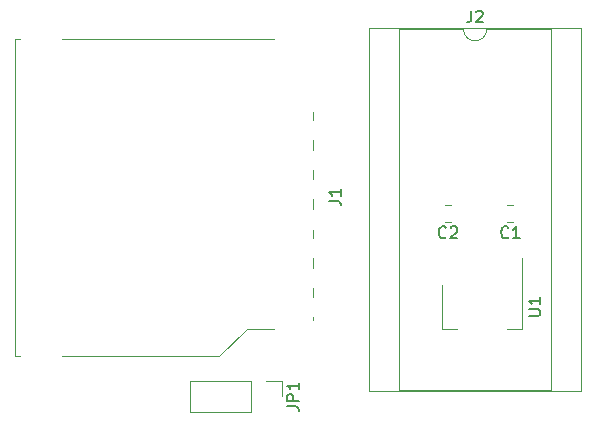
<source format=gbr>
G04 #@! TF.GenerationSoftware,KiCad,Pcbnew,(5.1.5)-3*
G04 #@! TF.CreationDate,2020-01-25T10:14:26-08:00*
G04 #@! TF.ProjectId,sdInterface,7364496e-7465-4726-9661-63652e6b6963,rev?*
G04 #@! TF.SameCoordinates,Original*
G04 #@! TF.FileFunction,Legend,Top*
G04 #@! TF.FilePolarity,Positive*
%FSLAX46Y46*%
G04 Gerber Fmt 4.6, Leading zero omitted, Abs format (unit mm)*
G04 Created by KiCad (PCBNEW (5.1.5)-3) date 2020-01-25 10:14:26*
%MOMM*%
%LPD*%
G04 APERTURE LIST*
%ADD10C,0.120000*%
%ADD11C,0.150000*%
G04 APERTURE END LIST*
D10*
X112361252Y-85810000D02*
X111838748Y-85810000D01*
X112361252Y-84390000D02*
X111838748Y-84390000D01*
X107086252Y-84390000D02*
X106563748Y-84390000D01*
X107086252Y-85810000D02*
X106563748Y-85810000D01*
X70155000Y-97170000D02*
X70575000Y-97170000D01*
X70155000Y-70330000D02*
X70155000Y-97170000D01*
X70575000Y-70330000D02*
X70155000Y-70330000D01*
X92075000Y-70330000D02*
X74175000Y-70330000D01*
X87475000Y-97170000D02*
X74175000Y-97170000D01*
X89775000Y-94870000D02*
X87475000Y-97170000D01*
X92075000Y-94870000D02*
X89775000Y-94870000D01*
X95395000Y-76500000D02*
X95395000Y-77200000D01*
X95395000Y-78900000D02*
X95395000Y-79700000D01*
X95395000Y-81400000D02*
X95395000Y-82200000D01*
X95395000Y-93900000D02*
X95395000Y-94100000D01*
X95395000Y-83900000D02*
X95395000Y-84700000D01*
X95395000Y-86500000D02*
X95395000Y-87200000D01*
X95395000Y-88900000D02*
X95395000Y-89700000D01*
X95395000Y-91400000D02*
X95395000Y-92200000D01*
X110120000Y-69470000D02*
G75*
G02X108120000Y-69470000I-1000000J0D01*
G01*
X108120000Y-69470000D02*
X102660000Y-69470000D01*
X102660000Y-69470000D02*
X102660000Y-100070000D01*
X102660000Y-100070000D02*
X115580000Y-100070000D01*
X115580000Y-100070000D02*
X115580000Y-69470000D01*
X115580000Y-69470000D02*
X110120000Y-69470000D01*
X100170000Y-69410000D02*
X100170000Y-100130000D01*
X100170000Y-100130000D02*
X118070000Y-100130000D01*
X118070000Y-100130000D02*
X118070000Y-69410000D01*
X118070000Y-69410000D02*
X100170000Y-69410000D01*
X84990000Y-99270000D02*
X84990000Y-101930000D01*
X90130000Y-99270000D02*
X84990000Y-99270000D01*
X90130000Y-101930000D02*
X84990000Y-101930000D01*
X90130000Y-99270000D02*
X90130000Y-101930000D01*
X91400000Y-99270000D02*
X92730000Y-99270000D01*
X92730000Y-99270000D02*
X92730000Y-100600000D01*
X106290000Y-94910000D02*
X107550000Y-94910000D01*
X113110000Y-94910000D02*
X111850000Y-94910000D01*
X106290000Y-91150000D02*
X106290000Y-94910000D01*
X113110000Y-88900000D02*
X113110000Y-94910000D01*
D11*
X111933333Y-87107142D02*
X111885714Y-87154761D01*
X111742857Y-87202380D01*
X111647619Y-87202380D01*
X111504761Y-87154761D01*
X111409523Y-87059523D01*
X111361904Y-86964285D01*
X111314285Y-86773809D01*
X111314285Y-86630952D01*
X111361904Y-86440476D01*
X111409523Y-86345238D01*
X111504761Y-86250000D01*
X111647619Y-86202380D01*
X111742857Y-86202380D01*
X111885714Y-86250000D01*
X111933333Y-86297619D01*
X112885714Y-87202380D02*
X112314285Y-87202380D01*
X112600000Y-87202380D02*
X112600000Y-86202380D01*
X112504761Y-86345238D01*
X112409523Y-86440476D01*
X112314285Y-86488095D01*
X106658333Y-87107142D02*
X106610714Y-87154761D01*
X106467857Y-87202380D01*
X106372619Y-87202380D01*
X106229761Y-87154761D01*
X106134523Y-87059523D01*
X106086904Y-86964285D01*
X106039285Y-86773809D01*
X106039285Y-86630952D01*
X106086904Y-86440476D01*
X106134523Y-86345238D01*
X106229761Y-86250000D01*
X106372619Y-86202380D01*
X106467857Y-86202380D01*
X106610714Y-86250000D01*
X106658333Y-86297619D01*
X107039285Y-86297619D02*
X107086904Y-86250000D01*
X107182142Y-86202380D01*
X107420238Y-86202380D01*
X107515476Y-86250000D01*
X107563095Y-86297619D01*
X107610714Y-86392857D01*
X107610714Y-86488095D01*
X107563095Y-86630952D01*
X106991666Y-87202380D01*
X107610714Y-87202380D01*
X96752380Y-84033333D02*
X97466666Y-84033333D01*
X97609523Y-84080952D01*
X97704761Y-84176190D01*
X97752380Y-84319047D01*
X97752380Y-84414285D01*
X97752380Y-83033333D02*
X97752380Y-83604761D01*
X97752380Y-83319047D02*
X96752380Y-83319047D01*
X96895238Y-83414285D01*
X96990476Y-83509523D01*
X97038095Y-83604761D01*
X108786666Y-67922380D02*
X108786666Y-68636666D01*
X108739047Y-68779523D01*
X108643809Y-68874761D01*
X108500952Y-68922380D01*
X108405714Y-68922380D01*
X109215238Y-68017619D02*
X109262857Y-67970000D01*
X109358095Y-67922380D01*
X109596190Y-67922380D01*
X109691428Y-67970000D01*
X109739047Y-68017619D01*
X109786666Y-68112857D01*
X109786666Y-68208095D01*
X109739047Y-68350952D01*
X109167619Y-68922380D01*
X109786666Y-68922380D01*
X93182380Y-101433333D02*
X93896666Y-101433333D01*
X94039523Y-101480952D01*
X94134761Y-101576190D01*
X94182380Y-101719047D01*
X94182380Y-101814285D01*
X94182380Y-100957142D02*
X93182380Y-100957142D01*
X93182380Y-100576190D01*
X93230000Y-100480952D01*
X93277619Y-100433333D01*
X93372857Y-100385714D01*
X93515714Y-100385714D01*
X93610952Y-100433333D01*
X93658571Y-100480952D01*
X93706190Y-100576190D01*
X93706190Y-100957142D01*
X94182380Y-99433333D02*
X94182380Y-100004761D01*
X94182380Y-99719047D02*
X93182380Y-99719047D01*
X93325238Y-99814285D01*
X93420476Y-99909523D01*
X93468095Y-100004761D01*
X113652380Y-93761904D02*
X114461904Y-93761904D01*
X114557142Y-93714285D01*
X114604761Y-93666666D01*
X114652380Y-93571428D01*
X114652380Y-93380952D01*
X114604761Y-93285714D01*
X114557142Y-93238095D01*
X114461904Y-93190476D01*
X113652380Y-93190476D01*
X114652380Y-92190476D02*
X114652380Y-92761904D01*
X114652380Y-92476190D02*
X113652380Y-92476190D01*
X113795238Y-92571428D01*
X113890476Y-92666666D01*
X113938095Y-92761904D01*
M02*

</source>
